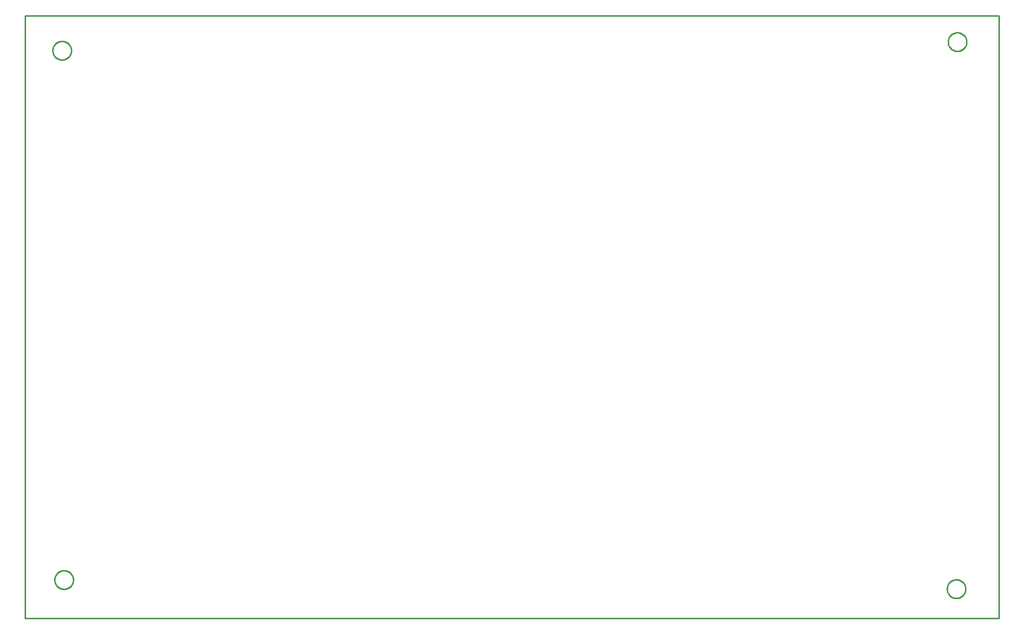
<source format=gbr>
G04 EAGLE Gerber RS-274X export*
G75*
%MOMM*%
%FSLAX34Y34*%
%LPD*%
%IN*%
%IPPOS*%
%AMOC8*
5,1,8,0,0,1.08239X$1,22.5*%
G01*
%ADD10C,0.254000*%


D10*
X0Y0D02*
X1676200Y0D01*
X1676200Y1038100D01*
X0Y1038100D01*
X0Y0D01*
X64024Y993900D02*
X65069Y993832D01*
X66108Y993695D01*
X67135Y993490D01*
X68147Y993219D01*
X69139Y992883D01*
X70107Y992482D01*
X71046Y992018D01*
X71954Y991495D01*
X72825Y990913D01*
X73656Y990275D01*
X74443Y989584D01*
X75184Y988843D01*
X75875Y988056D01*
X76513Y987225D01*
X77095Y986354D01*
X77618Y985446D01*
X78082Y984507D01*
X78483Y983539D01*
X78819Y982547D01*
X79090Y981535D01*
X79295Y980508D01*
X79432Y979469D01*
X79500Y978424D01*
X79500Y977376D01*
X79432Y976331D01*
X79295Y975292D01*
X79090Y974265D01*
X78819Y973253D01*
X78483Y972261D01*
X78082Y971293D01*
X77618Y970354D01*
X77095Y969446D01*
X76513Y968575D01*
X75875Y967744D01*
X75184Y966957D01*
X74443Y966216D01*
X73656Y965525D01*
X72825Y964888D01*
X71954Y964306D01*
X71046Y963782D01*
X70107Y963318D01*
X69139Y962917D01*
X68147Y962581D01*
X67135Y962310D01*
X66108Y962105D01*
X65069Y961969D01*
X64024Y961900D01*
X62976Y961900D01*
X61931Y961969D01*
X60892Y962105D01*
X59865Y962310D01*
X58853Y962581D01*
X57861Y962917D01*
X56893Y963318D01*
X55954Y963782D01*
X55046Y964306D01*
X54175Y964888D01*
X53344Y965525D01*
X52557Y966216D01*
X51816Y966957D01*
X51125Y967744D01*
X50488Y968575D01*
X49906Y969446D01*
X49382Y970354D01*
X48918Y971293D01*
X48517Y972261D01*
X48181Y973253D01*
X47910Y974265D01*
X47705Y975292D01*
X47569Y976331D01*
X47500Y977376D01*
X47500Y978424D01*
X47569Y979469D01*
X47705Y980508D01*
X47910Y981535D01*
X48181Y982547D01*
X48517Y983539D01*
X48918Y984507D01*
X49382Y985446D01*
X49906Y986354D01*
X50488Y987225D01*
X51125Y988056D01*
X51816Y988843D01*
X52557Y989584D01*
X53344Y990275D01*
X54175Y990913D01*
X55046Y991495D01*
X55954Y992018D01*
X56893Y992482D01*
X57861Y992883D01*
X58853Y993219D01*
X59865Y993490D01*
X60892Y993695D01*
X61931Y993832D01*
X62976Y993900D01*
X64024Y993900D01*
X82802Y65516D02*
X82734Y64471D01*
X82597Y63432D01*
X82392Y62405D01*
X82121Y61393D01*
X81785Y60401D01*
X81384Y59433D01*
X80920Y58494D01*
X80397Y57586D01*
X79815Y56715D01*
X79177Y55884D01*
X78486Y55097D01*
X77745Y54356D01*
X76958Y53665D01*
X76127Y53028D01*
X75256Y52446D01*
X74348Y51922D01*
X73409Y51458D01*
X72441Y51057D01*
X71449Y50721D01*
X70437Y50450D01*
X69410Y50245D01*
X68371Y50109D01*
X67326Y50040D01*
X66278Y50040D01*
X65233Y50109D01*
X64194Y50245D01*
X63167Y50450D01*
X62155Y50721D01*
X61163Y51057D01*
X60195Y51458D01*
X59256Y51922D01*
X58348Y52446D01*
X57477Y53028D01*
X56646Y53665D01*
X55859Y54356D01*
X55118Y55097D01*
X54427Y55884D01*
X53790Y56715D01*
X53208Y57586D01*
X52684Y58494D01*
X52220Y59433D01*
X51819Y60401D01*
X51483Y61393D01*
X51212Y62405D01*
X51007Y63432D01*
X50871Y64471D01*
X50802Y65516D01*
X50802Y66564D01*
X50871Y67609D01*
X51007Y68648D01*
X51212Y69675D01*
X51483Y70687D01*
X51819Y71679D01*
X52220Y72647D01*
X52684Y73586D01*
X53208Y74494D01*
X53790Y75365D01*
X54427Y76196D01*
X55118Y76983D01*
X55859Y77724D01*
X56646Y78415D01*
X57477Y79053D01*
X58348Y79635D01*
X59256Y80158D01*
X60195Y80622D01*
X61163Y81023D01*
X62155Y81359D01*
X63167Y81630D01*
X64194Y81835D01*
X65233Y81972D01*
X66278Y82040D01*
X67326Y82040D01*
X68371Y81972D01*
X69410Y81835D01*
X70437Y81630D01*
X71449Y81359D01*
X72441Y81023D01*
X73409Y80622D01*
X74348Y80158D01*
X75256Y79635D01*
X76127Y79053D01*
X76958Y78415D01*
X77745Y77724D01*
X78486Y76983D01*
X79177Y76196D01*
X79815Y75365D01*
X80397Y74494D01*
X80920Y73586D01*
X81384Y72647D01*
X81785Y71679D01*
X82121Y70687D01*
X82392Y69675D01*
X82597Y68648D01*
X82734Y67609D01*
X82802Y66564D01*
X82802Y65516D01*
X1620772Y992235D02*
X1620704Y991190D01*
X1620567Y990151D01*
X1620362Y989124D01*
X1620091Y988112D01*
X1619755Y987120D01*
X1619354Y986152D01*
X1618890Y985213D01*
X1618367Y984305D01*
X1617785Y983434D01*
X1617147Y982603D01*
X1616456Y981816D01*
X1615715Y981075D01*
X1614928Y980384D01*
X1614097Y979747D01*
X1613226Y979165D01*
X1612318Y978641D01*
X1611379Y978177D01*
X1610411Y977776D01*
X1609419Y977440D01*
X1608407Y977169D01*
X1607380Y976964D01*
X1606341Y976828D01*
X1605296Y976759D01*
X1604248Y976759D01*
X1603203Y976828D01*
X1602164Y976964D01*
X1601137Y977169D01*
X1600125Y977440D01*
X1599133Y977776D01*
X1598165Y978177D01*
X1597226Y978641D01*
X1596318Y979165D01*
X1595447Y979747D01*
X1594616Y980384D01*
X1593829Y981075D01*
X1593088Y981816D01*
X1592397Y982603D01*
X1591760Y983434D01*
X1591178Y984305D01*
X1590654Y985213D01*
X1590190Y986152D01*
X1589789Y987120D01*
X1589453Y988112D01*
X1589182Y989124D01*
X1588977Y990151D01*
X1588841Y991190D01*
X1588772Y992235D01*
X1588772Y993283D01*
X1588841Y994328D01*
X1588977Y995367D01*
X1589182Y996394D01*
X1589453Y997406D01*
X1589789Y998398D01*
X1590190Y999366D01*
X1590654Y1000305D01*
X1591178Y1001213D01*
X1591760Y1002084D01*
X1592397Y1002915D01*
X1593088Y1003702D01*
X1593829Y1004443D01*
X1594616Y1005134D01*
X1595447Y1005772D01*
X1596318Y1006354D01*
X1597226Y1006877D01*
X1598165Y1007341D01*
X1599133Y1007742D01*
X1600125Y1008078D01*
X1601137Y1008349D01*
X1602164Y1008554D01*
X1603203Y1008691D01*
X1604248Y1008759D01*
X1605296Y1008759D01*
X1606341Y1008691D01*
X1607380Y1008554D01*
X1608407Y1008349D01*
X1609419Y1008078D01*
X1610411Y1007742D01*
X1611379Y1007341D01*
X1612318Y1006877D01*
X1613226Y1006354D01*
X1614097Y1005772D01*
X1614928Y1005134D01*
X1615715Y1004443D01*
X1616456Y1003702D01*
X1617147Y1002915D01*
X1617785Y1002084D01*
X1618367Y1001213D01*
X1618890Y1000305D01*
X1619354Y999366D01*
X1619755Y998398D01*
X1620091Y997406D01*
X1620362Y996394D01*
X1620567Y995367D01*
X1620704Y994328D01*
X1620772Y993283D01*
X1620772Y992235D01*
X1603518Y66356D02*
X1604563Y66287D01*
X1605602Y66150D01*
X1606629Y65946D01*
X1607641Y65675D01*
X1608633Y65338D01*
X1609601Y64937D01*
X1610540Y64474D01*
X1611448Y63950D01*
X1612319Y63368D01*
X1613150Y62730D01*
X1613937Y62040D01*
X1614678Y61299D01*
X1615369Y60511D01*
X1616007Y59680D01*
X1616589Y58809D01*
X1617112Y57902D01*
X1617576Y56962D01*
X1617977Y55995D01*
X1618313Y55003D01*
X1618584Y53991D01*
X1618789Y52963D01*
X1618926Y51925D01*
X1618994Y50879D01*
X1618994Y49832D01*
X1618926Y48786D01*
X1618789Y47748D01*
X1618584Y46720D01*
X1618313Y45708D01*
X1617977Y44716D01*
X1617576Y43749D01*
X1617112Y42809D01*
X1616589Y41902D01*
X1616007Y41031D01*
X1615369Y40200D01*
X1614678Y39412D01*
X1613937Y38671D01*
X1613150Y37981D01*
X1612319Y37343D01*
X1611448Y36761D01*
X1610540Y36237D01*
X1609601Y35774D01*
X1608633Y35373D01*
X1607641Y35036D01*
X1606629Y34765D01*
X1605602Y34561D01*
X1604563Y34424D01*
X1603518Y34356D01*
X1602470Y34356D01*
X1601425Y34424D01*
X1600386Y34561D01*
X1599359Y34765D01*
X1598347Y35036D01*
X1597355Y35373D01*
X1596387Y35774D01*
X1595448Y36237D01*
X1594540Y36761D01*
X1593669Y37343D01*
X1592838Y37981D01*
X1592051Y38671D01*
X1591310Y39412D01*
X1590619Y40200D01*
X1589982Y41031D01*
X1589400Y41902D01*
X1588876Y42809D01*
X1588412Y43749D01*
X1588011Y44716D01*
X1587675Y45708D01*
X1587404Y46720D01*
X1587199Y47748D01*
X1587063Y48786D01*
X1586994Y49832D01*
X1586994Y50879D01*
X1587063Y51925D01*
X1587199Y52963D01*
X1587404Y53991D01*
X1587675Y55003D01*
X1588011Y55995D01*
X1588412Y56962D01*
X1588876Y57902D01*
X1589400Y58809D01*
X1589982Y59680D01*
X1590619Y60511D01*
X1591310Y61299D01*
X1592051Y62040D01*
X1592838Y62730D01*
X1593669Y63368D01*
X1594540Y63950D01*
X1595448Y64474D01*
X1596387Y64937D01*
X1597355Y65338D01*
X1598347Y65675D01*
X1599359Y65946D01*
X1600386Y66150D01*
X1601425Y66287D01*
X1602470Y66356D01*
X1603518Y66356D01*
M02*

</source>
